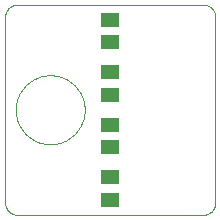
<source format=gtp>
G75*
%MOIN*%
%OFA0B0*%
%FSLAX25Y25*%
%IPPOS*%
%LPD*%
%AMOC8*
5,1,8,0,0,1.08239X$1,22.5*
%
%ADD10C,0.00000*%
%ADD11R,0.06299X0.05118*%
D10*
X0001000Y0004937D02*
X0001000Y0067063D01*
X0001002Y0067187D01*
X0001008Y0067310D01*
X0001017Y0067434D01*
X0001031Y0067556D01*
X0001048Y0067679D01*
X0001070Y0067801D01*
X0001095Y0067922D01*
X0001124Y0068042D01*
X0001156Y0068161D01*
X0001193Y0068280D01*
X0001233Y0068397D01*
X0001276Y0068512D01*
X0001324Y0068627D01*
X0001375Y0068739D01*
X0001429Y0068850D01*
X0001487Y0068960D01*
X0001548Y0069067D01*
X0001613Y0069173D01*
X0001681Y0069276D01*
X0001752Y0069377D01*
X0001826Y0069476D01*
X0001903Y0069573D01*
X0001984Y0069667D01*
X0002067Y0069758D01*
X0002153Y0069847D01*
X0002242Y0069933D01*
X0002333Y0070016D01*
X0002427Y0070097D01*
X0002524Y0070174D01*
X0002623Y0070248D01*
X0002724Y0070319D01*
X0002827Y0070387D01*
X0002933Y0070452D01*
X0003040Y0070513D01*
X0003150Y0070571D01*
X0003261Y0070625D01*
X0003373Y0070676D01*
X0003488Y0070724D01*
X0003603Y0070767D01*
X0003720Y0070807D01*
X0003839Y0070844D01*
X0003958Y0070876D01*
X0004078Y0070905D01*
X0004199Y0070930D01*
X0004321Y0070952D01*
X0004444Y0070969D01*
X0004566Y0070983D01*
X0004690Y0070992D01*
X0004813Y0070998D01*
X0004937Y0071000D01*
X0067063Y0071000D01*
X0067187Y0070998D01*
X0067310Y0070992D01*
X0067434Y0070983D01*
X0067556Y0070969D01*
X0067679Y0070952D01*
X0067801Y0070930D01*
X0067922Y0070905D01*
X0068042Y0070876D01*
X0068161Y0070844D01*
X0068280Y0070807D01*
X0068397Y0070767D01*
X0068512Y0070724D01*
X0068627Y0070676D01*
X0068739Y0070625D01*
X0068850Y0070571D01*
X0068960Y0070513D01*
X0069067Y0070452D01*
X0069173Y0070387D01*
X0069276Y0070319D01*
X0069377Y0070248D01*
X0069476Y0070174D01*
X0069573Y0070097D01*
X0069667Y0070016D01*
X0069758Y0069933D01*
X0069847Y0069847D01*
X0069933Y0069758D01*
X0070016Y0069667D01*
X0070097Y0069573D01*
X0070174Y0069476D01*
X0070248Y0069377D01*
X0070319Y0069276D01*
X0070387Y0069173D01*
X0070452Y0069067D01*
X0070513Y0068960D01*
X0070571Y0068850D01*
X0070625Y0068739D01*
X0070676Y0068627D01*
X0070724Y0068512D01*
X0070767Y0068397D01*
X0070807Y0068280D01*
X0070844Y0068161D01*
X0070876Y0068042D01*
X0070905Y0067922D01*
X0070930Y0067801D01*
X0070952Y0067679D01*
X0070969Y0067556D01*
X0070983Y0067434D01*
X0070992Y0067310D01*
X0070998Y0067187D01*
X0071000Y0067063D01*
X0071000Y0004937D01*
X0070998Y0004813D01*
X0070992Y0004690D01*
X0070983Y0004566D01*
X0070969Y0004444D01*
X0070952Y0004321D01*
X0070930Y0004199D01*
X0070905Y0004078D01*
X0070876Y0003958D01*
X0070844Y0003839D01*
X0070807Y0003720D01*
X0070767Y0003603D01*
X0070724Y0003488D01*
X0070676Y0003373D01*
X0070625Y0003261D01*
X0070571Y0003150D01*
X0070513Y0003040D01*
X0070452Y0002933D01*
X0070387Y0002827D01*
X0070319Y0002724D01*
X0070248Y0002623D01*
X0070174Y0002524D01*
X0070097Y0002427D01*
X0070016Y0002333D01*
X0069933Y0002242D01*
X0069847Y0002153D01*
X0069758Y0002067D01*
X0069667Y0001984D01*
X0069573Y0001903D01*
X0069476Y0001826D01*
X0069377Y0001752D01*
X0069276Y0001681D01*
X0069173Y0001613D01*
X0069067Y0001548D01*
X0068960Y0001487D01*
X0068850Y0001429D01*
X0068739Y0001375D01*
X0068627Y0001324D01*
X0068512Y0001276D01*
X0068397Y0001233D01*
X0068280Y0001193D01*
X0068161Y0001156D01*
X0068042Y0001124D01*
X0067922Y0001095D01*
X0067801Y0001070D01*
X0067679Y0001048D01*
X0067556Y0001031D01*
X0067434Y0001017D01*
X0067310Y0001008D01*
X0067187Y0001002D01*
X0067063Y0001000D01*
X0004937Y0001000D01*
X0004813Y0001002D01*
X0004690Y0001008D01*
X0004566Y0001017D01*
X0004444Y0001031D01*
X0004321Y0001048D01*
X0004199Y0001070D01*
X0004078Y0001095D01*
X0003958Y0001124D01*
X0003839Y0001156D01*
X0003720Y0001193D01*
X0003603Y0001233D01*
X0003488Y0001276D01*
X0003373Y0001324D01*
X0003261Y0001375D01*
X0003150Y0001429D01*
X0003040Y0001487D01*
X0002933Y0001548D01*
X0002827Y0001613D01*
X0002724Y0001681D01*
X0002623Y0001752D01*
X0002524Y0001826D01*
X0002427Y0001903D01*
X0002333Y0001984D01*
X0002242Y0002067D01*
X0002153Y0002153D01*
X0002067Y0002242D01*
X0001984Y0002333D01*
X0001903Y0002427D01*
X0001826Y0002524D01*
X0001752Y0002623D01*
X0001681Y0002724D01*
X0001613Y0002827D01*
X0001548Y0002933D01*
X0001487Y0003040D01*
X0001429Y0003150D01*
X0001375Y0003261D01*
X0001324Y0003373D01*
X0001276Y0003488D01*
X0001233Y0003603D01*
X0001193Y0003720D01*
X0001156Y0003839D01*
X0001124Y0003958D01*
X0001095Y0004078D01*
X0001070Y0004199D01*
X0001048Y0004321D01*
X0001031Y0004444D01*
X0001017Y0004566D01*
X0001008Y0004690D01*
X0001002Y0004813D01*
X0001000Y0004937D01*
X0004500Y0036000D02*
X0004503Y0036282D01*
X0004514Y0036564D01*
X0004531Y0036846D01*
X0004555Y0037127D01*
X0004586Y0037408D01*
X0004624Y0037687D01*
X0004669Y0037966D01*
X0004721Y0038244D01*
X0004779Y0038520D01*
X0004845Y0038794D01*
X0004917Y0039067D01*
X0004995Y0039338D01*
X0005080Y0039607D01*
X0005172Y0039874D01*
X0005271Y0040139D01*
X0005375Y0040401D01*
X0005487Y0040660D01*
X0005604Y0040917D01*
X0005728Y0041171D01*
X0005858Y0041421D01*
X0005994Y0041668D01*
X0006136Y0041912D01*
X0006284Y0042152D01*
X0006438Y0042389D01*
X0006598Y0042622D01*
X0006763Y0042851D01*
X0006934Y0043075D01*
X0007110Y0043296D01*
X0007292Y0043511D01*
X0007479Y0043723D01*
X0007671Y0043930D01*
X0007868Y0044132D01*
X0008070Y0044329D01*
X0008277Y0044521D01*
X0008489Y0044708D01*
X0008704Y0044890D01*
X0008925Y0045066D01*
X0009149Y0045237D01*
X0009378Y0045402D01*
X0009611Y0045562D01*
X0009848Y0045716D01*
X0010088Y0045864D01*
X0010332Y0046006D01*
X0010579Y0046142D01*
X0010829Y0046272D01*
X0011083Y0046396D01*
X0011340Y0046513D01*
X0011599Y0046625D01*
X0011861Y0046729D01*
X0012126Y0046828D01*
X0012393Y0046920D01*
X0012662Y0047005D01*
X0012933Y0047083D01*
X0013206Y0047155D01*
X0013480Y0047221D01*
X0013756Y0047279D01*
X0014034Y0047331D01*
X0014313Y0047376D01*
X0014592Y0047414D01*
X0014873Y0047445D01*
X0015154Y0047469D01*
X0015436Y0047486D01*
X0015718Y0047497D01*
X0016000Y0047500D01*
X0016282Y0047497D01*
X0016564Y0047486D01*
X0016846Y0047469D01*
X0017127Y0047445D01*
X0017408Y0047414D01*
X0017687Y0047376D01*
X0017966Y0047331D01*
X0018244Y0047279D01*
X0018520Y0047221D01*
X0018794Y0047155D01*
X0019067Y0047083D01*
X0019338Y0047005D01*
X0019607Y0046920D01*
X0019874Y0046828D01*
X0020139Y0046729D01*
X0020401Y0046625D01*
X0020660Y0046513D01*
X0020917Y0046396D01*
X0021171Y0046272D01*
X0021421Y0046142D01*
X0021668Y0046006D01*
X0021912Y0045864D01*
X0022152Y0045716D01*
X0022389Y0045562D01*
X0022622Y0045402D01*
X0022851Y0045237D01*
X0023075Y0045066D01*
X0023296Y0044890D01*
X0023511Y0044708D01*
X0023723Y0044521D01*
X0023930Y0044329D01*
X0024132Y0044132D01*
X0024329Y0043930D01*
X0024521Y0043723D01*
X0024708Y0043511D01*
X0024890Y0043296D01*
X0025066Y0043075D01*
X0025237Y0042851D01*
X0025402Y0042622D01*
X0025562Y0042389D01*
X0025716Y0042152D01*
X0025864Y0041912D01*
X0026006Y0041668D01*
X0026142Y0041421D01*
X0026272Y0041171D01*
X0026396Y0040917D01*
X0026513Y0040660D01*
X0026625Y0040401D01*
X0026729Y0040139D01*
X0026828Y0039874D01*
X0026920Y0039607D01*
X0027005Y0039338D01*
X0027083Y0039067D01*
X0027155Y0038794D01*
X0027221Y0038520D01*
X0027279Y0038244D01*
X0027331Y0037966D01*
X0027376Y0037687D01*
X0027414Y0037408D01*
X0027445Y0037127D01*
X0027469Y0036846D01*
X0027486Y0036564D01*
X0027497Y0036282D01*
X0027500Y0036000D01*
X0027497Y0035718D01*
X0027486Y0035436D01*
X0027469Y0035154D01*
X0027445Y0034873D01*
X0027414Y0034592D01*
X0027376Y0034313D01*
X0027331Y0034034D01*
X0027279Y0033756D01*
X0027221Y0033480D01*
X0027155Y0033206D01*
X0027083Y0032933D01*
X0027005Y0032662D01*
X0026920Y0032393D01*
X0026828Y0032126D01*
X0026729Y0031861D01*
X0026625Y0031599D01*
X0026513Y0031340D01*
X0026396Y0031083D01*
X0026272Y0030829D01*
X0026142Y0030579D01*
X0026006Y0030332D01*
X0025864Y0030088D01*
X0025716Y0029848D01*
X0025562Y0029611D01*
X0025402Y0029378D01*
X0025237Y0029149D01*
X0025066Y0028925D01*
X0024890Y0028704D01*
X0024708Y0028489D01*
X0024521Y0028277D01*
X0024329Y0028070D01*
X0024132Y0027868D01*
X0023930Y0027671D01*
X0023723Y0027479D01*
X0023511Y0027292D01*
X0023296Y0027110D01*
X0023075Y0026934D01*
X0022851Y0026763D01*
X0022622Y0026598D01*
X0022389Y0026438D01*
X0022152Y0026284D01*
X0021912Y0026136D01*
X0021668Y0025994D01*
X0021421Y0025858D01*
X0021171Y0025728D01*
X0020917Y0025604D01*
X0020660Y0025487D01*
X0020401Y0025375D01*
X0020139Y0025271D01*
X0019874Y0025172D01*
X0019607Y0025080D01*
X0019338Y0024995D01*
X0019067Y0024917D01*
X0018794Y0024845D01*
X0018520Y0024779D01*
X0018244Y0024721D01*
X0017966Y0024669D01*
X0017687Y0024624D01*
X0017408Y0024586D01*
X0017127Y0024555D01*
X0016846Y0024531D01*
X0016564Y0024514D01*
X0016282Y0024503D01*
X0016000Y0024500D01*
X0015718Y0024503D01*
X0015436Y0024514D01*
X0015154Y0024531D01*
X0014873Y0024555D01*
X0014592Y0024586D01*
X0014313Y0024624D01*
X0014034Y0024669D01*
X0013756Y0024721D01*
X0013480Y0024779D01*
X0013206Y0024845D01*
X0012933Y0024917D01*
X0012662Y0024995D01*
X0012393Y0025080D01*
X0012126Y0025172D01*
X0011861Y0025271D01*
X0011599Y0025375D01*
X0011340Y0025487D01*
X0011083Y0025604D01*
X0010829Y0025728D01*
X0010579Y0025858D01*
X0010332Y0025994D01*
X0010088Y0026136D01*
X0009848Y0026284D01*
X0009611Y0026438D01*
X0009378Y0026598D01*
X0009149Y0026763D01*
X0008925Y0026934D01*
X0008704Y0027110D01*
X0008489Y0027292D01*
X0008277Y0027479D01*
X0008070Y0027671D01*
X0007868Y0027868D01*
X0007671Y0028070D01*
X0007479Y0028277D01*
X0007292Y0028489D01*
X0007110Y0028704D01*
X0006934Y0028925D01*
X0006763Y0029149D01*
X0006598Y0029378D01*
X0006438Y0029611D01*
X0006284Y0029848D01*
X0006136Y0030088D01*
X0005994Y0030332D01*
X0005858Y0030579D01*
X0005728Y0030829D01*
X0005604Y0031083D01*
X0005487Y0031340D01*
X0005375Y0031599D01*
X0005271Y0031861D01*
X0005172Y0032126D01*
X0005080Y0032393D01*
X0004995Y0032662D01*
X0004917Y0032933D01*
X0004845Y0033206D01*
X0004779Y0033480D01*
X0004721Y0033756D01*
X0004669Y0034034D01*
X0004624Y0034313D01*
X0004586Y0034592D01*
X0004555Y0034873D01*
X0004531Y0035154D01*
X0004514Y0035436D01*
X0004503Y0035718D01*
X0004500Y0036000D01*
D11*
X0036000Y0030990D03*
X0036000Y0023510D03*
X0036000Y0013490D03*
X0036000Y0006010D03*
X0036000Y0041010D03*
X0036000Y0048490D03*
X0036000Y0058510D03*
X0036000Y0065990D03*
M02*

</source>
